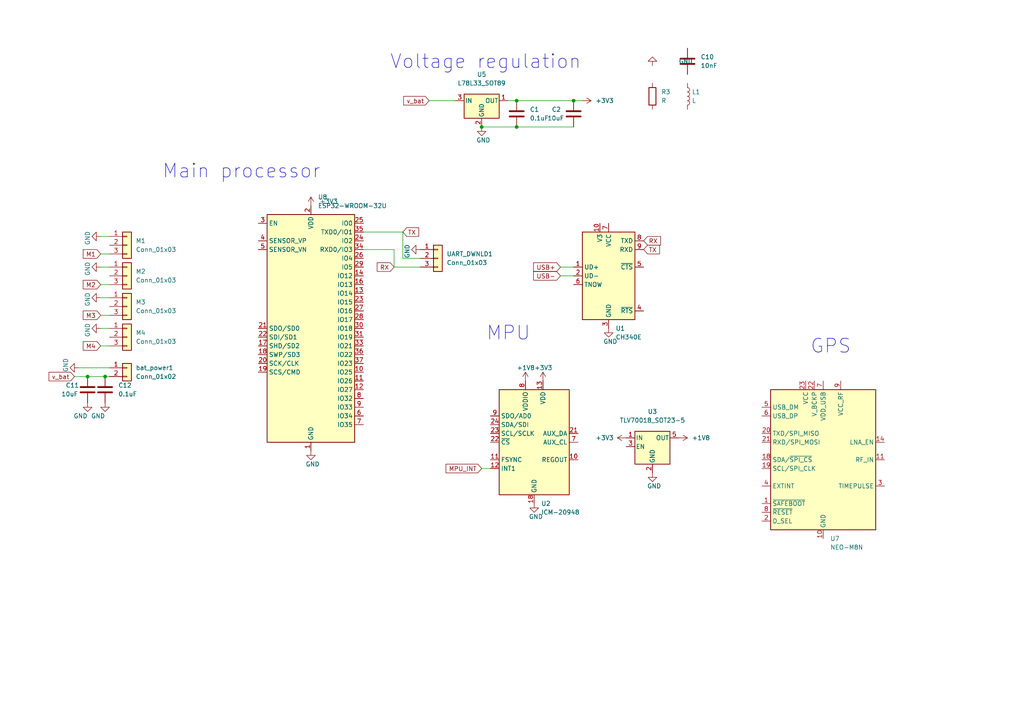
<source format=kicad_sch>
(kicad_sch (version 20211123) (generator eeschema)
  (paper "A4")
  (lib_symbols
    (symbol "Connector_Generic:Conn_01x02" (pin_names (offset 1.016) hide)
      (property "Reference" "J" (at 0 2.54 0))
      (property "Value" "Conn_01x02" (at 0 -5.08 0))
      (symbol "Conn_01x02_1_1"
        (rectangle (start -1.27 -2.413) (end 0 -2.667) (stroke (width 0.1524)))
        (rectangle (start -1.27 0.127) (end 0 -0.127) (stroke (width 0.1524)))
        (rectangle (start -1.27 1.27) (end 1.27 -3.81) (stroke (width 0.254)) (fill (type background)))
        (pin passive line (at -5.08 0 0) (length 3.81) (name "Pin_1") (number "1"))
        (pin passive line (at -5.08 -2.54 0) (length 3.81) (name "Pin_2") (number "2"))
      )
    )
    (symbol "Connector_Generic:Conn_01x03" (pin_names (offset 1.016) hide)
      (property "Reference" "J" (at 0 5.08 0))
      (property "Value" "Conn_01x03" (at 0 -5.08 0))
      (symbol "Conn_01x03_1_1"
        (rectangle (start -1.27 -2.413) (end 0 -2.667) (stroke (width 0.1524)))
        (rectangle (start -1.27 0.127) (end 0 -0.127) (stroke (width 0.1524)))
        (rectangle (start -1.27 2.667) (end 0 2.413) (stroke (width 0.1524)))
        (rectangle (start -1.27 3.81) (end 1.27 -3.81) (stroke (width 0.254)) (fill (type background)))
        (pin passive line (at -5.08 2.54 0) (length 3.81) (name "Pin_1") (number "1"))
        (pin passive line (at -5.08 0 0) (length 3.81) (name "Pin_2") (number "2"))
        (pin passive line (at -5.08 -2.54 0) (length 3.81) (name "Pin_3") (number "3"))
      )
    )
    (symbol "Device:C" (pin_numbers hide) (pin_names (offset 0.254))
      (property "Reference" "C" (at 0.635 2.54 0))
      (property "Value" "C" (at 0.635 -2.54 0))
      (symbol "C_0_1"
        (polyline (pts (xy -2.032 -0.762) (xy 2.032 -0.762)) (stroke (width 0.508)))
        (polyline (pts (xy -2.032 0.762) (xy 2.032 0.762)) (stroke (width 0.508)))
      )
      (symbol "C_1_1"
        (pin passive line (at 0 3.81 270) (length 2.794) (name "~") (number "1"))
        (pin passive line (at 0 -3.81 90) (length 2.794) (name "~") (number "2"))
      )
    )
    (symbol "Device:L" (pin_numbers hide) (pin_names (offset 1.016) hide)
      (property "Reference" "L" (at -1.27 0 90))
      (property "Value" "L" (at 1.905 0 90))
      (symbol "L_0_1"
        (arc (start 0 -2.54) (mid 0.635 -1.905) (end 0 -1.27))
        (arc (start 0 -1.27) (mid 0.635 -0.635) (end 0 0))
        (arc (start 0 0) (mid 0.635 0.635) (end 0 1.27))
        (arc (start 0 1.27) (mid 0.635 1.905) (end 0 2.54))
      )
      (symbol "L_1_1"
        (pin passive line (at 0 3.81 270) (length 1.27) (name "1") (number "1"))
        (pin passive line (at 0 -3.81 90) (length 1.27) (name "2") (number "2"))
      )
    )
    (symbol "Device:R" (pin_numbers hide) (pin_names (offset 0))
      (property "Reference" "R" (at 2.032 0 90))
      (property "Value" "R" (at 0 0 90))
      (symbol "R_0_1"
        (rectangle (start -1.016 -2.54) (end 1.016 2.54) (stroke (width 0.254)))
      )
      (symbol "R_1_1"
        (pin passive line (at 0 3.81 270) (length 1.27) (name "~") (number "1"))
        (pin passive line (at 0 -3.81 90) (length 1.27) (name "~") (number "2"))
      )
    )
    (symbol "Interface_USB:CH340E"
      (property "Reference" "U" (at -5.08 13.97 0))
      (property "Value" "CH340E" (at 1.27 13.97 0))
      (symbol "CH340E_0_1"
        (rectangle (start -7.62 12.7) (end 7.62 -12.7) (stroke (width 0.254)) (fill (type background)))
      )
      (symbol "CH340E_1_1"
        (pin bidirectional line (at -10.16 2.54 0) (length 2.54) (name "UD+") (number "1"))
        (pin passive line (at -2.54 15.24 270) (length 2.54) (name "V3") (number "10"))
        (pin bidirectional line (at -10.16 0 0) (length 2.54) (name "UD-") (number "2"))
        (pin power_in line (at 0 -15.24 90) (length 2.54) (name "GND") (number "3"))
        (pin output line (at 10.16 -10.16 180) (length 2.54) (name "~{RTS}") (number "4"))
        (pin input line (at 10.16 2.54 180) (length 2.54) (name "~{CTS}") (number "5"))
        (pin output line (at -10.16 -2.54 0) (length 2.54) (name "TNOW") (number "6"))
        (pin power_in line (at 0 15.24 270) (length 2.54) (name "VCC") (number "7"))
        (pin output line (at 10.16 10.16 180) (length 2.54) (name "TXD") (number "8"))
        (pin input line (at 10.16 7.62 180) (length 2.54) (name "RXD") (number "9"))
      )
    )
    (symbol "RF_GPS:NEO-M8N"
      (property "Reference" "U" (at -13.97 21.59 0))
      (property "Value" "NEO-M8N" (at 11.43 21.59 0))
      (symbol "NEO-M8N_0_1"
        (rectangle (start -15.24 20.32) (end 15.24 -20.32) (stroke (width 0.254)) (fill (type background)))
      )
      (symbol "NEO-M8N_1_1"
        (pin input line (at -17.78 -12.7 0) (length 2.54) (name "~{SAFEBOOT}") (number "1"))
        (pin power_in line (at 0 -22.86 90) (length 2.54) (name "GND") (number "10"))
        (pin input line (at 17.78 0 180) (length 2.54) (name "RF_IN") (number "11"))
        (pin passive line (at 0 -22.86 90) (length 2.54) hide (name "GND") (number "12"))
        (pin passive line (at 0 -22.86 90) (length 2.54) hide (name "GND") (number "13"))
        (pin output line (at 17.78 5.08 180) (length 2.54) (name "LNA_EN") (number "14"))
        (pin no_connect line (at 15.24 -10.16 180) (length 2.54) hide (name "RESERVED") (number "15"))
        (pin no_connect line (at 15.24 -12.7 180) (length 2.54) hide (name "RESERVED") (number "16"))
        (pin no_connect line (at 15.24 -15.24 180) (length 2.54) hide (name "RESERVED") (number "17"))
        (pin bidirectional line (at -17.78 0 0) (length 2.54) (name "SDA/~{SPI_CS}") (number "18"))
        (pin input line (at -17.78 -2.54 0) (length 2.54) (name "SCL/SPI_CLK") (number "19"))
        (pin input line (at -17.78 -17.78 0) (length 2.54) (name "D_SEL") (number "2"))
        (pin output line (at -17.78 7.62 0) (length 2.54) (name "TXD/SPI_MISO") (number "20"))
        (pin input line (at -17.78 5.08 0) (length 2.54) (name "RXD/SPI_MOSI") (number "21"))
        (pin power_in line (at -2.54 22.86 270) (length 2.54) (name "V_BCKP") (number "22"))
        (pin power_in line (at -5.08 22.86 270) (length 2.54) (name "VCC") (number "23"))
        (pin passive line (at 0 -22.86 90) (length 2.54) hide (name "GND") (number "24"))
        (pin output line (at 17.78 -7.62 180) (length 2.54) (name "TIMEPULSE") (number "3"))
        (pin input line (at -17.78 -7.62 0) (length 2.54) (name "EXTINT") (number "4"))
        (pin bidirectional line (at -17.78 15.24 0) (length 2.54) (name "USB_DM") (number "5"))
        (pin bidirectional line (at -17.78 12.7 0) (length 2.54) (name "USB_DP") (number "6"))
        (pin power_in line (at 0 22.86 270) (length 2.54) (name "VDD_USB") (number "7"))
        (pin input line (at -17.78 -15.24 0) (length 2.54) (name "~{RESET}") (number "8"))
        (pin power_out line (at 5.08 22.86 270) (length 2.54) (name "VCC_RF") (number "9"))
      )
    )
    (symbol "RF_Module:ESP32-WROOM-32U"
      (property "Reference" "U" (at -12.7 34.29 0))
      (property "Value" "ESP32-WROOM-32U" (at 1.27 34.29 0))
      (symbol "ESP32-WROOM-32U_0_1"
        (rectangle (start -12.7 33.02) (end 12.7 -33.02) (stroke (width 0.254)) (fill (type background)))
      )
      (symbol "ESP32-WROOM-32U_1_1"
        (pin power_in line (at 0 -35.56 90) (length 2.54) (name "GND") (number "1"))
        (pin bidirectional line (at 15.24 -12.7 180) (length 2.54) (name "IO25") (number "10"))
        (pin bidirectional line (at 15.24 -15.24 180) (length 2.54) (name "IO26") (number "11"))
        (pin bidirectional line (at 15.24 -17.78 180) (length 2.54) (name "IO27") (number "12"))
        (pin bidirectional line (at 15.24 10.16 180) (length 2.54) (name "IO14") (number "13"))
        (pin bidirectional line (at 15.24 15.24 180) (length 2.54) (name "IO12") (number "14"))
        (pin passive line (at 0 -35.56 90) (length 2.54) hide (name "GND") (number "15"))
        (pin bidirectional line (at 15.24 12.7 180) (length 2.54) (name "IO13") (number "16"))
        (pin bidirectional line (at -15.24 -5.08 0) (length 2.54) (name "SHD/SD2") (number "17"))
        (pin bidirectional line (at -15.24 -7.62 0) (length 2.54) (name "SWP/SD3") (number "18"))
        (pin bidirectional line (at -15.24 -12.7 0) (length 2.54) (name "SCS/CMD") (number "19"))
        (pin power_in line (at 0 35.56 270) (length 2.54) (name "VDD") (number "2"))
        (pin bidirectional line (at -15.24 -10.16 0) (length 2.54) (name "SCK/CLK") (number "20"))
        (pin bidirectional line (at -15.24 0 0) (length 2.54) (name "SDO/SD0") (number "21"))
        (pin bidirectional line (at -15.24 -2.54 0) (length 2.54) (name "SDI/SD1") (number "22"))
        (pin bidirectional line (at 15.24 7.62 180) (length 2.54) (name "IO15") (number "23"))
        (pin bidirectional line (at 15.24 25.4 180) (length 2.54) (name "IO2") (number "24"))
        (pin bidirectional line (at 15.24 30.48 180) (length 2.54) (name "IO0") (number "25"))
        (pin bidirectional line (at 15.24 20.32 180) (length 2.54) (name "IO4") (number "26"))
        (pin bidirectional line (at 15.24 5.08 180) (length 2.54) (name "IO16") (number "27"))
        (pin bidirectional line (at 15.24 2.54 180) (length 2.54) (name "IO17") (number "28"))
        (pin bidirectional line (at 15.24 17.78 180) (length 2.54) (name "IO5") (number "29"))
        (pin input line (at -15.24 30.48 0) (length 2.54) (name "EN") (number "3"))
        (pin bidirectional line (at 15.24 0 180) (length 2.54) (name "IO18") (number "30"))
        (pin bidirectional line (at 15.24 -2.54 180) (length 2.54) (name "IO19") (number "31"))
        (pin no_connect line (at -12.7 -27.94 0) (length 2.54) hide (name "NC") (number "32"))
        (pin bidirectional line (at 15.24 -5.08 180) (length 2.54) (name "IO21") (number "33"))
        (pin bidirectional line (at 15.24 22.86 180) (length 2.54) (name "RXD0/IO3") (number "34"))
        (pin bidirectional line (at 15.24 27.94 180) (length 2.54) (name "TXD0/IO1") (number "35"))
        (pin bidirectional line (at 15.24 -7.62 180) (length 2.54) (name "IO22") (number "36"))
        (pin bidirectional line (at 15.24 -10.16 180) (length 2.54) (name "IO23") (number "37"))
        (pin passive line (at 0 -35.56 90) (length 2.54) hide (name "GND") (number "38"))
        (pin passive line (at 0 -35.56 90) (length 2.54) hide (name "GND") (number "39"))
        (pin input line (at -15.24 25.4 0) (length 2.54) (name "SENSOR_VP") (number "4"))
        (pin input line (at -15.24 22.86 0) (length 2.54) (name "SENSOR_VN") (number "5"))
        (pin input line (at 15.24 -25.4 180) (length 2.54) (name "IO34") (number "6"))
        (pin input line (at 15.24 -27.94 180) (length 2.54) (name "IO35") (number "7"))
        (pin bidirectional line (at 15.24 -20.32 180) (length 2.54) (name "IO32") (number "8"))
        (pin bidirectional line (at 15.24 -22.86 180) (length 2.54) (name "IO33") (number "9"))
      )
    )
    (symbol "Regulator_Linear:L78L33_SOT89" (pin_names (offset 0.254))
      (property "Reference" "U" (at -3.81 3.175 0))
      (property "Value" "L78L33_SOT89" (at -0.635 3.175 0))
      (symbol "L78L33_SOT89_0_1"
        (rectangle (start -5.08 1.905) (end 5.08 -5.08) (stroke (width 0.254)) (fill (type background)))
      )
      (symbol "L78L33_SOT89_1_1"
        (pin power_out line (at 7.62 0 180) (length 2.54) (name "OUT") (number "1"))
        (pin power_in line (at 0 -7.62 90) (length 2.54) (name "GND") (number "2"))
        (pin power_in line (at -7.62 0 0) (length 2.54) (name "IN") (number "3"))
      )
    )
    (symbol "Regulator_Linear:TLV70018_SOT23-5" (pin_names (offset 0.254))
      (property "Reference" "U" (at -3.81 5.715 0))
      (property "Value" "TLV70018_SOT23-5" (at 0 5.715 0))
      (symbol "TLV70018_SOT23-5_0_1"
        (rectangle (start -5.08 4.445) (end 5.08 -5.08) (stroke (width 0.254)) (fill (type background)))
      )
      (symbol "TLV70018_SOT23-5_1_1"
        (pin power_in line (at -7.62 2.54 0) (length 2.54) (name "IN") (number "1"))
        (pin power_in line (at 0 -7.62 90) (length 2.54) (name "GND") (number "2"))
        (pin input line (at -7.62 0 0) (length 2.54) (name "EN") (number "3"))
        (pin no_connect line (at 5.08 0 180) (length 2.54) hide (name "NC") (number "4"))
        (pin power_out line (at 7.62 2.54 180) (length 2.54) (name "OUT") (number "5"))
      )
    )
    (symbol "Sensor_Motion:ICM-20948"
      (property "Reference" "U" (at -11.43 16.51 0))
      (property "Value" "ICM-20948" (at 7.62 -16.51 0))
      (symbol "ICM-20948_0_1"
        (rectangle (start -10.16 15.24) (end 10.16 -15.24) (stroke (width 0.254)) (fill (type background)))
      )
      (symbol "ICM-20948_1_1"
        (pin no_connect line (at -10.16 12.7 0) (length 2.54) hide (name "NC") (number "1"))
        (pin passive line (at 12.7 -5.08 180) (length 2.54) (name "REGOUT") (number "10"))
        (pin input line (at -12.7 -5.08 0) (length 2.54) (name "FSYNC") (number "11"))
        (pin output line (at -12.7 -7.62 0) (length 2.54) (name "INT1") (number "12"))
        (pin power_in line (at 2.54 17.78 270) (length 2.54) (name "VDD") (number "13"))
        (pin no_connect line (at 10.16 7.62 180) (length 2.54) hide (name "NC") (number "14"))
        (pin no_connect line (at 10.16 5.08 180) (length 2.54) hide (name "NC") (number "15"))
        (pin no_connect line (at 10.16 -7.62 180) (length 2.54) hide (name "NC") (number "16"))
        (pin no_connect line (at 10.16 -10.16 180) (length 2.54) hide (name "NC") (number "17"))
        (pin power_in line (at 0 -17.78 90) (length 2.54) (name "GND") (number "18"))
        (pin no_connect line (at 10.16 -12.7 180) (length 2.54) hide (name "RESV") (number "19"))
        (pin no_connect line (at -10.16 10.16 0) (length 2.54) hide (name "NC") (number "2"))
        (pin passive line (at 0 -17.78 90) (length 2.54) hide (name "GND") (number "20"))
        (pin bidirectional line (at 12.7 2.54 180) (length 2.54) (name "AUX_DA") (number "21"))
        (pin input line (at -12.7 0 0) (length 2.54) (name "~{CS}") (number "22"))
        (pin input line (at -12.7 2.54 0) (length 2.54) (name "SCL/SCLK") (number "23"))
        (pin bidirectional line (at -12.7 5.08 0) (length 2.54) (name "SDA/SDI") (number "24"))
        (pin no_connect line (at -10.16 -2.54 0) (length 2.54) hide (name "NC") (number "3"))
        (pin no_connect line (at -10.16 -10.16 0) (length 2.54) hide (name "NC") (number "4"))
        (pin no_connect line (at -10.16 -12.7 0) (length 2.54) hide (name "NC") (number "5"))
        (pin no_connect line (at 10.16 10.16 180) (length 2.54) hide (name "NC") (number "6"))
        (pin output line (at 12.7 0 180) (length 2.54) (name "AUX_CL") (number "7"))
        (pin power_in line (at -2.54 17.78 270) (length 2.54) (name "VDDIO") (number "8"))
        (pin bidirectional line (at -12.7 7.62 0) (length 2.54) (name "SDO/AD0") (number "9"))
      )
    )
    (symbol "power:+1V8" (power) (pin_names (offset 0))
      (property "Value" "+1V8" (at 0 3.556 0))
      (symbol "+1V8_0_1"
        (polyline (pts (xy -0.762 1.27) (xy 0 2.54)))
        (polyline (pts (xy 0 0) (xy 0 2.54)))
        (polyline (pts (xy 0 2.54) (xy 0.762 1.27)))
      )
      (symbol "+1V8_1_1"
        (pin power_in line (at 0 0 90) (length 0) hide (name "+1V8") (number "1"))
      )
    )
    (symbol "power:+3V3" (power) (pin_names (offset 0))
      (property "Value" "+3V3" (at 0 3.556 0))
      (symbol "+3V3_0_1"
        (polyline (pts (xy -0.762 1.27) (xy 0 2.54)))
        (polyline (pts (xy 0 0) (xy 0 2.54)))
        (polyline (pts (xy 0 2.54) (xy 0.762 1.27)))
      )
      (symbol "+3V3_1_1"
        (pin power_in line (at 0 0 90) (length 0) hide (name "+3V3") (number "1"))
      )
    )
    (symbol "power:GND" (power) (pin_names (offset 0))
      (property "Value" "GND" (at 0 -3.81 0))
      (symbol "GND_0_1"
        (polyline (pts (xy 0 0) (xy 0 -1.27) (xy 1.27 -1.27) (xy 0 -2.54) (xy -1.27 -1.27) (xy 0 -1.27)))
      )
      (symbol "GND_1_1"
        (pin power_in line (at 0 0 270) (length 0) hide (name "GND") (number "1"))
      )
    )
  )
  (junction (at 166.37 29.21))
  (junction (at 139.7 36.83))
  (junction (at 25.4 109.22))
  (junction (at 149.86 29.21))
  (junction (at 149.86 36.83))
  (junction (at 30.48 109.22))
  (wire (pts (xy 149.86 36.83) (xy 166.37 36.83)))
  (wire (pts (xy 162.56 80.01) (xy 166.37 80.01)))
  (wire (pts (xy 29.21 73.66) (xy 31.75 73.66)))
  (wire (pts (xy 162.56 77.47) (xy 166.37 77.47)))
  (wire (pts (xy 139.7 135.89) (xy 142.24 135.89)))
  (wire (pts (xy 22.86 106.68) (xy 31.75 106.68)))
  (wire (pts (xy 116.84 74.93) (xy 121.92 74.93)))
  (wire (pts (xy 114.3 77.47) (xy 114.3 72.39)))
  (wire (pts (xy 29.21 100.33) (xy 31.75 100.33)))
  (wire (pts (xy 21.59 109.22) (xy 25.4 109.22)))
  (wire (pts (xy 124.46 29.21) (xy 132.08 29.21)))
  (wire (pts (xy 168.91 29.21) (xy 166.37 29.21)))
  (wire (pts (xy 29.21 95.25) (xy 31.75 95.25)))
  (wire (pts (xy 116.84 67.31) (xy 116.84 74.93)))
  (wire (pts (xy 139.7 36.83) (xy 149.86 36.83)))
  (wire (pts (xy 105.41 72.39) (xy 114.3 72.39)))
  (wire (pts (xy 29.21 68.58) (xy 31.75 68.58)))
  (wire (pts (xy 149.86 29.21) (xy 166.37 29.21)))
  (wire (pts (xy 114.3 77.47) (xy 121.92 77.47)))
  (wire (pts (xy 29.21 91.44) (xy 31.75 91.44)))
  (wire (pts (xy 30.48 109.22) (xy 31.75 109.22)))
  (wire (pts (xy 147.32 29.21) (xy 149.86 29.21)))
  (wire (pts (xy 29.21 77.47) (xy 31.75 77.47)))
  (wire (pts (xy 29.21 86.36) (xy 31.75 86.36)))
  (wire (pts (xy 105.41 67.31) (xy 116.84 67.31)))
  (wire (pts (xy 29.21 82.55) (xy 31.75 82.55)))
  (wire (pts (xy 25.4 109.22) (xy 30.48 109.22)))
  (text "GPS" (at 234.95 102.87 0) (effects (font (size 4 4)) (justify left bottom)))
  (text "MPU" (at 140.97 99.06 0) (effects (font (size 4 4)) (justify left bottom)))
  (text "Main processor" (at 46.99 52.07 0) (effects (font (size 4 4)) (justify left bottom)))
  (text "Voltage regulation" (at 113.03 20.32 0) (effects (font (size 4 4)) (justify left bottom)))
  (global_label "M1" (shape input) (at 29.21 73.66 180) (property "Intersheet References" "${INTERSHEET_REFS}" (effects hide)))
  (global_label "USB-" (shape input) (at 162.56 80.01 180) (property "Intersheet References" "${INTERSHEET_REFS}" (effects hide)))
  (global_label "RX" (shape input) (at 186.69 69.85 0) (property "Intersheet References" "${INTERSHEET_REFS}" (effects hide)))
  (global_label "TX" (shape input) (at 116.84 67.31 0) (property "Intersheet References" "${INTERSHEET_REFS}" (effects hide)))
  (global_label "M2" (shape input) (at 29.21 82.55 180) (property "Intersheet References" "${INTERSHEET_REFS}" (effects hide)))
  (global_label "v_bat" (shape input) (at 21.59 109.22 180) (property "Intersheet References" "${INTERSHEET_REFS}" (effects hide)))
  (global_label "M4" (shape input) (at 29.21 100.33 180) (property "Intersheet References" "${INTERSHEET_REFS}" (effects hide)))
  (global_label "M3" (shape input) (at 29.21 91.44 180) (property "Intersheet References" "${INTERSHEET_REFS}" (effects hide)))
  (global_label "MPU_INT" (shape input) (at 139.7 135.89 180) (property "Intersheet References" "${INTERSHEET_REFS}" (effects hide)))
  (global_label "USB+" (shape input) (at 162.56 77.47 180) (property "Intersheet References" "${INTERSHEET_REFS}" (effects hide)))
  (global_label "v_bat" (shape input) (at 124.46 29.21 180) (property "Intersheet References" "${INTERSHEET_REFS}" (effects hide)))
  (global_label "TX" (shape input) (at 186.69 72.39 0) (property "Intersheet References" "${INTERSHEET_REFS}" (effects hide)))
  (global_label "RX" (shape input) (at 114.3 77.47 180) (property "Intersheet References" "${INTERSHEET_REFS}" (effects hide)))
  (symbol (lib_id "power:GND") (at 189.23 19.05 180) (unit 1)
    (property "Reference" "#PWR0105" (effects hide))
    (property "Value" "GND" (at 196.85 17.7799 0) (effects (justify right)))
  )
  (symbol (lib_id "power:GND") (at 29.21 77.47 270) (unit 1)
    (property "Reference" "#PWR0119" (effects hide))
    (property "Value" "GND" (at 25.3999 80.01 0) (effects (justify right)))
  )
  (symbol (lib_id "Device:C") (at 149.86 33.02 0) (unit 1)
    (property "Reference" "C1" (at 153.67 31.7499 0) (effects (justify left)))
    (property "Value" "0.1uF" (at 153.67 34.2899 0) (effects (justify left)))
    (property "Footprint" "Capacitor_SMD:C_0805_2012Metric" (effects hide))
  )
  (symbol (lib_id "power:GND") (at 121.92 72.39 270) (unit 1)
    (property "Reference" "#PWR0113" (effects hide))
    (property "Value" "GND" (at 118.1099 74.93 0) (effects (justify right)))
  )
  (symbol (lib_id "power:GND") (at 189.23 137.16 0) (unit 1)
    (property "Reference" "#PWR0106" (effects hide))
    (property "Value" "GND" (at 191.77 140.9701 0) (effects (justify right)))
  )
  (symbol (lib_id "power:GND") (at 90.17 130.81 0) (unit 1)
    (property "Reference" "#PWR0122" (effects hide))
    (property "Value" "GND" (at 92.71 134.6201 0) (effects (justify right)))
  )
  (symbol (lib_id "power:+3V3") (at 181.61 127 90) (unit 1)
    (property "Reference" "#PWR0108" (effects hide))
    (property "Value" "+3V3" (at 172.72 127 90) (effects (justify right)))
  )
  (symbol (lib_id "Device:C") (at 199.39 17.78 0) (unit 1)
    (property "Reference" "C10" (at 203.2 16.5099 0) (effects (justify left)))
    (property "Value" "10nF" (at 203.2 19.0499 0) (effects (justify left)))
  )
  (symbol (lib_id "Device:C") (at 166.37 33.02 0) (unit 1)
    (property "Reference" "C2" (at 160.02 31.7499 0) (effects (justify left)))
    (property "Value" "10uF" (at 158.75 34.2899 0) (effects (justify left)))
    (property "Footprint" "Capacitor_SMD:CP_Elec_5x3" (effects hide))
  )
  (symbol (lib_id "Sensor_Motion:ICM-20948") (at 154.94 128.27 0) (unit 1)
    (property "Reference" "U2" (at 156.9594 146.05 0) (effects (justify left)))
    (property "Value" "ICM-20948" (at 156.9594 148.59 0) (effects (justify left)))
    (property "Footprint" "Sensor_Motion:InvenSense_QFN-24_3x3mm_P0.4mm" (effects hide))
    (property "Datasheet" "http://www.invensense.com/wp-content/uploads/2016/06/DS-000189-ICM-20948-v1.3.pdf" (effects hide))
  )
  (symbol (lib_id "Connector_Generic:Conn_01x03") (at 127 74.93 0) (unit 1)
    (property "Reference" "UART_DWNLD1" (at 129.54 73.6599 0) (effects (justify left)))
    (property "Value" "Conn_01x03" (at 129.54 76.1999 0) (effects (justify left)))
    (property "Footprint" "Connector_PinHeader_2.54mm:PinHeader_1x03_P2.54mm_Horizontal" (effects hide))
  )
  (symbol (lib_id "power:GND") (at 154.94 146.05 0) (unit 1)
    (property "Reference" "#PWR0103" (effects hide))
    (property "Value" "GND" (at 157.48 149.8601 0) (effects (justify right)))
  )
  (symbol (lib_id "power:GND") (at 30.48 116.84 0) (unit 1)
    (property "Reference" "#PWR0116" (effects hide))
    (property "Value" "GND" (at 30.48 120.6501 0) (effects (justify right)))
  )
  (symbol (lib_id "power:+1V8") (at 196.85 127 270) (unit 1)
    (property "Reference" "#PWR0107" (effects hide))
    (property "Value" "+1V8" (at 200.66 126.9999 90) (effects (justify left)))
  )
  (symbol (lib_id "power:GND") (at 176.53 95.25 0) (unit 1)
    (property "Reference" "#PWR0101" (effects hide))
    (property "Value" "GND" (at 179.07 99.0601 0) (effects (justify right)))
  )
  (symbol (lib_id "Device:R") (at 189.23 27.94 0) (unit 1)
    (property "Reference" "R3" (at 191.77 26.6699 0) (effects (justify left)))
    (property "Value" "R" (at 191.77 29.2099 0) (effects (justify left)))
  )
  (symbol (lib_id "Connector_Generic:Conn_01x03") (at 36.83 97.79 0) (unit 1)
    (property "Reference" "M4" (at 39.37 96.5199 0) (effects (justify left)))
    (property "Value" "Conn_01x03" (at 39.37 99.0599 0) (effects (justify left)))
    (property "Footprint" "Connector_PinHeader_2.54mm:PinHeader_1x03_P2.54mm_Horizontal" (effects hide))
  )
  (symbol (lib_id "Connector_Generic:Conn_01x03") (at 36.83 80.01 0) (unit 1)
    (property "Reference" "M2" (at 39.37 78.7399 0) (effects (justify left)))
    (property "Value" "Conn_01x03" (at 39.37 81.2799 0) (effects (justify left)))
    (property "Footprint" "Connector_PinHeader_2.54mm:PinHeader_1x03_P2.54mm_Horizontal" (effects hide))
  )
  (symbol (lib_id "Connector_Generic:Conn_01x03") (at 36.83 88.9 0) (unit 1)
    (property "Reference" "M3" (at 39.37 87.6299 0) (effects (justify left)))
    (property "Value" "Conn_01x03" (at 39.37 90.1699 0) (effects (justify left)))
    (property "Footprint" "Connector_PinHeader_2.54mm:PinHeader_1x03_P2.54mm_Horizontal" (effects hide))
  )
  (symbol (lib_id "Regulator_Linear:L78L33_SOT89") (at 139.7 29.21 0) (unit 1)
    (property "Reference" "U5" (at 139.7 21.59 0))
    (property "Value" "L78L33_SOT89" (at 139.7 24.13 0))
    (property "Footprint" "Package_TO_SOT_SMD:SOT-89-3" (effects hide))
    (property "Datasheet" "http://www.st.com/content/ccc/resource/technical/document/datasheet/15/55/e5/aa/23/5b/43/fd/CD00000446.pdf/files/CD00000446.pdf/jcr:content/translations/en.CD00000446.pdf" (effects hide))
  )
  (symbol (lib_id "power:+1V8") (at 152.4 110.49 0) (unit 1)
    (property "Reference" "#PWR0104" (effects hide))
    (property "Value" "+1V8" (at 149.86 106.68 0) (effects (justify left)))
  )
  (symbol (lib_id "power:+3V3") (at 90.17 59.69 0) (unit 1)
    (property "Reference" "#PWR0121" (effects hide))
    (property "Value" "+3V3" (at 92.71 58.4199 0) (effects (justify left)))
  )
  (symbol (lib_id "Device:L") (at 199.39 27.94 0) (unit 1)
    (property "Reference" "L1" (at 200.66 26.6699 0) (effects (justify left)))
    (property "Value" "L" (at 200.66 29.2099 0) (effects (justify left)))
  )
  (symbol (lib_id "RF_GPS:NEO-M8N") (at 238.76 133.35 0) (unit 1)
    (property "Reference" "U7" (at 240.7794 156.21 0) (effects (justify left)))
    (property "Value" "NEO-M8N" (at 240.7794 158.75 0) (effects (justify left)))
    (property "Footprint" "RF_GPS:ublox_NEO" (effects hide))
    (property "Datasheet" "https://www.u-blox.com/sites/default/files/NEO-M8-FW3_DataSheet_%28UBX-15031086%29.pdf" (effects hide))
  )
  (symbol (lib_id "power:GND") (at 25.4 116.84 0) (unit 1)
    (property "Reference" "#PWR0115" (effects hide))
    (property "Value" "GND" (at 25.4 120.6501 0) (effects (justify right)))
  )
  (symbol (lib_id "Interface_USB:CH340E") (at 176.53 80.01 0) (unit 1)
    (property "Reference" "U1" (at 178.5494 95.25 0) (effects (justify left)))
    (property "Value" "CH340E" (at 178.5494 97.79 0) (effects (justify left)))
    (property "Footprint" "Package_SO:MSOP-10_3x3mm_P0.5mm" (effects hide))
    (property "Datasheet" "https://www.mpja.com/download/35227cpdata.pdf" (effects hide))
  )
  (symbol (lib_id "power:GND") (at 29.21 68.58 270) (unit 1)
    (property "Reference" "#PWR0118" (effects hide))
    (property "Value" "GND" (at 25.3999 71.12 0) (effects (justify right)))
  )
  (symbol (lib_id "Connector_Generic:Conn_01x03") (at 36.83 71.12 0) (unit 1)
    (property "Reference" "M1" (at 39.37 69.8499 0) (effects (justify left)))
    (property "Value" "Conn_01x03" (at 39.37 72.3899 0) (effects (justify left)))
    (property "Footprint" "Connector_PinHeader_2.54mm:PinHeader_1x03_P2.54mm_Horizontal" (effects hide))
  )
  (symbol (lib_id "power:GND") (at 22.86 106.68 270) (unit 1)
    (property "Reference" "#PWR0114" (effects hide))
    (property "Value" "GND" (at 19.0499 107.95 0) (effects (justify right)))
  )
  (symbol (lib_id "power:+3V3") (at 168.91 29.21 270) (unit 1)
    (property "Reference" "#PWR0111" (effects hide))
    (property "Value" "+3V3" (at 172.72 29.2099 90) (effects (justify left)))
  )
  (symbol (lib_id "power:GND") (at 139.7 36.83 0) (unit 1)
    (property "Reference" "#PWR0112" (effects hide))
    (property "Value" "GND" (at 142.24 40.6401 0) (effects (justify right)))
  )
  (symbol (lib_id "RF_Module:ESP32-WROOM-32U") (at 90.17 95.25 0) (unit 1)
    (property "Reference" "U8" (at 92.1894 57.15 0) (effects (justify left)))
    (property "Value" "ESP32-WROOM-32U" (at 92.1894 59.69 0) (effects (justify left)))
    (property "Footprint" "RF_Module:ESP32-WROOM-32U" (effects hide))
    (property "Datasheet" "https://www.espressif.com/sites/default/files/documentation/esp32-wroom-32d_esp32-wroom-32u_datasheet_en.pdf" (effects hide))
  )
  (symbol (lib_id "Connector_Generic:Conn_01x02") (at 36.83 106.68 0) (unit 1)
    (property "Reference" "bat_power1" (at 39.37 106.6799 0) (effects (justify left)))
    (property "Value" "Conn_01x02" (at 39.37 109.2199 0) (effects (justify left)))
    (property "Footprint" "Connector_PinHeader_2.54mm:PinHeader_1x02_P2.54mm_Horizontal" (effects hide))
  )
  (symbol (lib_id "Device:C") (at 25.4 113.03 0) (unit 1)
    (property "Reference" "C11" (at 19.05 111.7599 0) (effects (justify left)))
    (property "Value" "10uF" (at 17.78 114.2999 0) (effects (justify left)))
  )
  (symbol (lib_id "power:GND") (at 29.21 95.25 270) (unit 1)
    (property "Reference" "#PWR0117" (effects hide))
    (property "Value" "GND" (at 25.3999 97.79 0) (effects (justify right)))
  )
  (symbol (lib_id "power:GND") (at 29.21 86.36 270) (unit 1)
    (property "Reference" "#PWR0120" (effects hide))
    (property "Value" "GND" (at 25.3999 88.9 0) (effects (justify right)))
  )
  (symbol (lib_id "Regulator_Linear:TLV70018_SOT23-5") (at 189.23 129.54 0) (unit 1)
    (property "Reference" "U3" (at 189.23 119.38 0))
    (property "Value" "TLV70018_SOT23-5" (at 189.23 121.92 0))
    (property "Footprint" "Package_TO_SOT_SMD:SOT-23-5" (effects hide))
    (property "Datasheet" "http://www.ti.com/lit/ds/symlink/tlv700.pdf" (effects hide))
  )
  (symbol (lib_id "Device:C") (at 30.48 113.03 0) (unit 1)
    (property "Reference" "C12" (at 34.29 111.7599 0) (effects (justify left)))
    (property "Value" "0.1uF" (at 34.29 114.2999 0) (effects (justify left)))
  )
  (symbol (lib_id "power:+3V3") (at 157.48 110.49 0) (unit 1)
    (property "Reference" "#PWR0102" (effects hide))
    (property "Value" "+3V3" (at 154.94 106.68 0) (effects (justify left)))
  )
)
</source>
